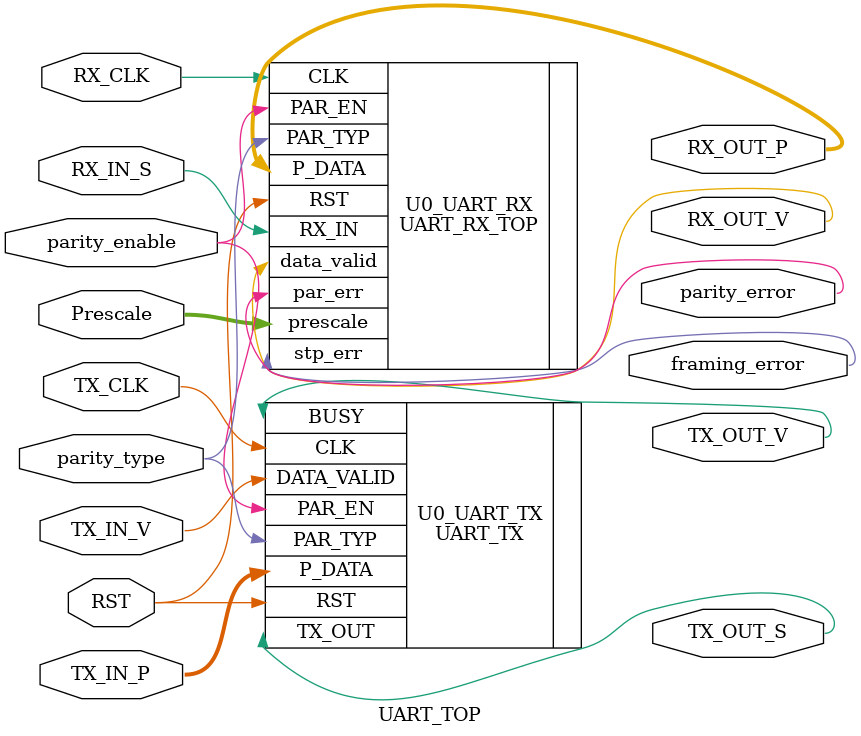
<source format=sv>
module UART_TOP # ( parameter DATA_WIDTH = 8)

(
 input   wire                          RST,
 input   wire                          TX_CLK,
 input   wire                          RX_CLK,
 input   wire                          RX_IN_S,
 output  wire   [DATA_WIDTH-1:0]       RX_OUT_P, 
 output  wire                          RX_OUT_V,
 input   wire   [DATA_WIDTH-1:0]       TX_IN_P, 
 input   wire                          TX_IN_V, 
 output  wire                          TX_OUT_S,
 output  wire                          TX_OUT_V,  
 input   wire   [5:0]                  Prescale, 
 input   wire                          parity_enable,
 input   wire                          parity_type,
 output  wire                          parity_error,
 output  wire                          framing_error
);

UART_TX  #(.DATA_WIDTH(DATA_WIDTH)) U0_UART_TX (
.CLK(TX_CLK),
.RST(RST),
.P_DATA(TX_IN_P),
.DATA_VALID(TX_IN_V),
.PAR_EN(parity_enable),
.PAR_TYP(parity_type), 
.TX_OUT(TX_OUT_S),
.BUSY(TX_OUT_V)           //BUSY signal out to the pulse generator
);
 
 
UART_RX_TOP U0_UART_RX (
.CLK(RX_CLK),
.RST(RST),
.RX_IN(RX_IN_S),
.prescale(Prescale),
.PAR_EN(parity_enable),
.PAR_TYP(parity_type),
.P_DATA(RX_OUT_P), 
.data_valid(RX_OUT_V),
.par_err(parity_error),
.stp_err(framing_error)
);
 



endmodule
 

</source>
